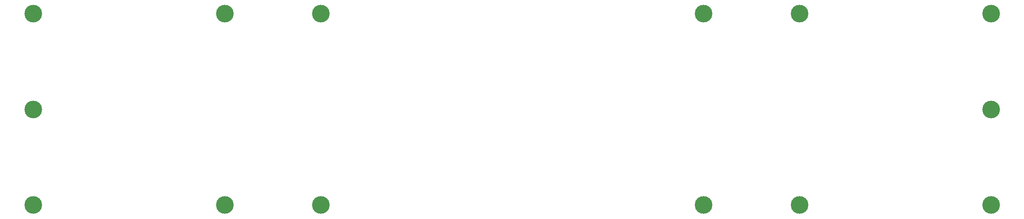
<source format=gbr>
G04 #@! TF.GenerationSoftware,KiCad,Pcbnew,(5.1.2-1)-1*
G04 #@! TF.CreationDate,2020-05-09T09:16:36-05:00*
G04 #@! TF.ProjectId,therick48_top_plate,74686572-6963-46b3-9438-5f746f705f70,rev?*
G04 #@! TF.SameCoordinates,Original*
G04 #@! TF.FileFunction,Copper,L2,Bot*
G04 #@! TF.FilePolarity,Positive*
%FSLAX46Y46*%
G04 Gerber Fmt 4.6, Leading zero omitted, Abs format (unit mm)*
G04 Created by KiCad (PCBNEW (5.1.2-1)-1) date 2020-05-09 09:16:36*
%MOMM*%
%LPD*%
G04 APERTURE LIST*
%ADD10C,3.500000*%
G04 APERTURE END LIST*
D10*
X254980000Y-53580000D03*
X254980000Y-91580000D03*
X197980000Y-53580000D03*
X197980000Y-91580000D03*
X121980000Y-91580000D03*
X121980000Y-53580000D03*
X64980000Y-91580000D03*
X64980000Y-53580000D03*
X254980000Y-72580000D03*
X216980000Y-91580000D03*
X216980000Y-53580000D03*
X102980000Y-91580000D03*
X102980000Y-53580000D03*
X64929200Y-72580000D03*
M02*

</source>
